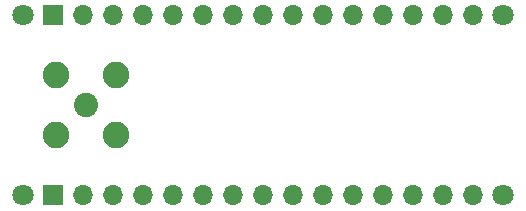
<source format=gbs>
%TF.GenerationSoftware,KiCad,Pcbnew,(5.99.0-10369-gb59bf064b4)*%
%TF.CreationDate,2021-05-19T18:33:09+02:00*%
%TF.ProjectId,ax5243-test-board,61783532-3433-42d7-9465-73742d626f61,B*%
%TF.SameCoordinates,PX8954400PY4e33880*%
%TF.FileFunction,Soldermask,Bot*%
%TF.FilePolarity,Negative*%
%FSLAX46Y46*%
G04 Gerber Fmt 4.6, Leading zero omitted, Abs format (unit mm)*
G04 Created by KiCad (PCBNEW (5.99.0-10369-gb59bf064b4)) date 2021-05-19 18:33:09*
%MOMM*%
%LPD*%
G01*
G04 APERTURE LIST*
%ADD10C,1.800000*%
%ADD11C,2.050000*%
%ADD12C,2.250000*%
%ADD13R,1.700000X1.700000*%
%ADD14O,1.700000X1.700000*%
G04 APERTURE END LIST*
D10*
%TO.C,H1*%
X-20320000Y7620000D03*
%TD*%
D11*
%TO.C,J1*%
X-15000000Y0D03*
D12*
X-12460000Y2540000D03*
X-17540000Y2540000D03*
X-12460000Y-2540000D03*
X-17540000Y-2540000D03*
%TD*%
D10*
%TO.C,H2*%
X20320000Y7620000D03*
%TD*%
%TO.C,H4*%
X20320000Y-7620000D03*
%TD*%
%TO.C,H3*%
X-20320000Y-7620000D03*
%TD*%
D13*
%TO.C,J2*%
X-17780000Y7620000D03*
D14*
X-15240000Y7620000D03*
X-12700000Y7620000D03*
X-10160000Y7620000D03*
X-7620000Y7620000D03*
X-5080000Y7620000D03*
X-2540000Y7620000D03*
X0Y7620000D03*
X2540000Y7620000D03*
X5080000Y7620000D03*
X7620000Y7620000D03*
X10160000Y7620000D03*
X12700000Y7620000D03*
X15240000Y7620000D03*
X17780000Y7620000D03*
%TD*%
D13*
%TO.C,J3*%
X-17780000Y-7620000D03*
D14*
X-15240000Y-7620000D03*
X-12700000Y-7620000D03*
X-10160000Y-7620000D03*
X-7620000Y-7620000D03*
X-5080000Y-7620000D03*
X-2540000Y-7620000D03*
X0Y-7620000D03*
X2540000Y-7620000D03*
X5080000Y-7620000D03*
X7620000Y-7620000D03*
X10160000Y-7620000D03*
X12700000Y-7620000D03*
X15240000Y-7620000D03*
X17780000Y-7620000D03*
%TD*%
M02*

</source>
